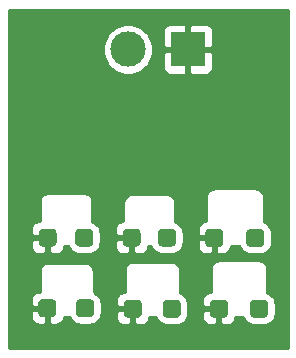
<source format=gbr>
G04 #@! TF.GenerationSoftware,KiCad,Pcbnew,(5.1.4)-1*
G04 #@! TF.CreationDate,2020-01-03T19:08:14-08:00*
G04 #@! TF.ProjectId,Led_tests,4c65645f-7465-4737-9473-2e6b69636164,rev?*
G04 #@! TF.SameCoordinates,Original*
G04 #@! TF.FileFunction,Copper,L1,Top*
G04 #@! TF.FilePolarity,Positive*
%FSLAX46Y46*%
G04 Gerber Fmt 4.6, Leading zero omitted, Abs format (unit mm)*
G04 Created by KiCad (PCBNEW (5.1.4)-1) date 2020-01-03 19:08:14*
%MOMM*%
%LPD*%
G04 APERTURE LIST*
%ADD10C,0.100000*%
%ADD11C,1.524000*%
%ADD12R,3.000000X3.000000*%
%ADD13C,3.000000*%
%ADD14C,0.254000*%
G04 APERTURE END LIST*
D10*
G36*
X37958145Y-30735835D02*
G01*
X37995129Y-30741321D01*
X38031398Y-30750406D01*
X38066602Y-30763002D01*
X38100402Y-30778988D01*
X38132472Y-30798210D01*
X38162504Y-30820483D01*
X38190208Y-30845592D01*
X38215317Y-30873296D01*
X38237590Y-30903328D01*
X38256812Y-30935398D01*
X38272798Y-30969198D01*
X38285394Y-31004402D01*
X38294479Y-31040671D01*
X38299965Y-31077655D01*
X38301800Y-31115000D01*
X38301800Y-31877000D01*
X38299965Y-31914345D01*
X38294479Y-31951329D01*
X38285394Y-31987598D01*
X38272798Y-32022802D01*
X38256812Y-32056602D01*
X38237590Y-32088672D01*
X38215317Y-32118704D01*
X38190208Y-32146408D01*
X38162504Y-32171517D01*
X38132472Y-32193790D01*
X38100402Y-32213012D01*
X38066602Y-32228998D01*
X38031398Y-32241594D01*
X37995129Y-32250679D01*
X37958145Y-32256165D01*
X37920800Y-32258000D01*
X37158800Y-32258000D01*
X37121455Y-32256165D01*
X37084471Y-32250679D01*
X37048202Y-32241594D01*
X37012998Y-32228998D01*
X36979198Y-32213012D01*
X36947128Y-32193790D01*
X36917096Y-32171517D01*
X36889392Y-32146408D01*
X36864283Y-32118704D01*
X36842010Y-32088672D01*
X36822788Y-32056602D01*
X36806802Y-32022802D01*
X36794206Y-31987598D01*
X36785121Y-31951329D01*
X36779635Y-31914345D01*
X36777800Y-31877000D01*
X36777800Y-31115000D01*
X36779635Y-31077655D01*
X36785121Y-31040671D01*
X36794206Y-31004402D01*
X36806802Y-30969198D01*
X36822788Y-30935398D01*
X36842010Y-30903328D01*
X36864283Y-30873296D01*
X36889392Y-30845592D01*
X36917096Y-30820483D01*
X36947128Y-30798210D01*
X36979198Y-30778988D01*
X37012998Y-30763002D01*
X37048202Y-30750406D01*
X37084471Y-30741321D01*
X37121455Y-30735835D01*
X37158800Y-30734000D01*
X37920800Y-30734000D01*
X37958145Y-30735835D01*
X37958145Y-30735835D01*
G37*
D11*
X37539800Y-31496000D03*
D10*
G36*
X40958145Y-30735835D02*
G01*
X40995129Y-30741321D01*
X41031398Y-30750406D01*
X41066602Y-30763002D01*
X41100402Y-30778988D01*
X41132472Y-30798210D01*
X41162504Y-30820483D01*
X41190208Y-30845592D01*
X41215317Y-30873296D01*
X41237590Y-30903328D01*
X41256812Y-30935398D01*
X41272798Y-30969198D01*
X41285394Y-31004402D01*
X41294479Y-31040671D01*
X41299965Y-31077655D01*
X41301800Y-31115000D01*
X41301800Y-31877000D01*
X41299965Y-31914345D01*
X41294479Y-31951329D01*
X41285394Y-31987598D01*
X41272798Y-32022802D01*
X41256812Y-32056602D01*
X41237590Y-32088672D01*
X41215317Y-32118704D01*
X41190208Y-32146408D01*
X41162504Y-32171517D01*
X41132472Y-32193790D01*
X41100402Y-32213012D01*
X41066602Y-32228998D01*
X41031398Y-32241594D01*
X40995129Y-32250679D01*
X40958145Y-32256165D01*
X40920800Y-32258000D01*
X40158800Y-32258000D01*
X40121455Y-32256165D01*
X40084471Y-32250679D01*
X40048202Y-32241594D01*
X40012998Y-32228998D01*
X39979198Y-32213012D01*
X39947128Y-32193790D01*
X39917096Y-32171517D01*
X39889392Y-32146408D01*
X39864283Y-32118704D01*
X39842010Y-32088672D01*
X39822788Y-32056602D01*
X39806802Y-32022802D01*
X39794206Y-31987598D01*
X39785121Y-31951329D01*
X39779635Y-31914345D01*
X39777800Y-31877000D01*
X39777800Y-31115000D01*
X39779635Y-31077655D01*
X39785121Y-31040671D01*
X39794206Y-31004402D01*
X39806802Y-30969198D01*
X39822788Y-30935398D01*
X39842010Y-30903328D01*
X39864283Y-30873296D01*
X39889392Y-30845592D01*
X39917096Y-30820483D01*
X39947128Y-30798210D01*
X39979198Y-30778988D01*
X40012998Y-30763002D01*
X40048202Y-30750406D01*
X40084471Y-30741321D01*
X40121455Y-30735835D01*
X40158800Y-30734000D01*
X40920800Y-30734000D01*
X40958145Y-30735835D01*
X40958145Y-30735835D01*
G37*
D11*
X40539800Y-31496000D03*
D10*
G36*
X30847545Y-30735835D02*
G01*
X30884529Y-30741321D01*
X30920798Y-30750406D01*
X30956002Y-30763002D01*
X30989802Y-30778988D01*
X31021872Y-30798210D01*
X31051904Y-30820483D01*
X31079608Y-30845592D01*
X31104717Y-30873296D01*
X31126990Y-30903328D01*
X31146212Y-30935398D01*
X31162198Y-30969198D01*
X31174794Y-31004402D01*
X31183879Y-31040671D01*
X31189365Y-31077655D01*
X31191200Y-31115000D01*
X31191200Y-31877000D01*
X31189365Y-31914345D01*
X31183879Y-31951329D01*
X31174794Y-31987598D01*
X31162198Y-32022802D01*
X31146212Y-32056602D01*
X31126990Y-32088672D01*
X31104717Y-32118704D01*
X31079608Y-32146408D01*
X31051904Y-32171517D01*
X31021872Y-32193790D01*
X30989802Y-32213012D01*
X30956002Y-32228998D01*
X30920798Y-32241594D01*
X30884529Y-32250679D01*
X30847545Y-32256165D01*
X30810200Y-32258000D01*
X30048200Y-32258000D01*
X30010855Y-32256165D01*
X29973871Y-32250679D01*
X29937602Y-32241594D01*
X29902398Y-32228998D01*
X29868598Y-32213012D01*
X29836528Y-32193790D01*
X29806496Y-32171517D01*
X29778792Y-32146408D01*
X29753683Y-32118704D01*
X29731410Y-32088672D01*
X29712188Y-32056602D01*
X29696202Y-32022802D01*
X29683606Y-31987598D01*
X29674521Y-31951329D01*
X29669035Y-31914345D01*
X29667200Y-31877000D01*
X29667200Y-31115000D01*
X29669035Y-31077655D01*
X29674521Y-31040671D01*
X29683606Y-31004402D01*
X29696202Y-30969198D01*
X29712188Y-30935398D01*
X29731410Y-30903328D01*
X29753683Y-30873296D01*
X29778792Y-30845592D01*
X29806496Y-30820483D01*
X29836528Y-30798210D01*
X29868598Y-30778988D01*
X29902398Y-30763002D01*
X29937602Y-30750406D01*
X29973871Y-30741321D01*
X30010855Y-30735835D01*
X30048200Y-30734000D01*
X30810200Y-30734000D01*
X30847545Y-30735835D01*
X30847545Y-30735835D01*
G37*
D11*
X30429200Y-31496000D03*
D10*
G36*
X33947545Y-30735835D02*
G01*
X33984529Y-30741321D01*
X34020798Y-30750406D01*
X34056002Y-30763002D01*
X34089802Y-30778988D01*
X34121872Y-30798210D01*
X34151904Y-30820483D01*
X34179608Y-30845592D01*
X34204717Y-30873296D01*
X34226990Y-30903328D01*
X34246212Y-30935398D01*
X34262198Y-30969198D01*
X34274794Y-31004402D01*
X34283879Y-31040671D01*
X34289365Y-31077655D01*
X34291200Y-31115000D01*
X34291200Y-31877000D01*
X34289365Y-31914345D01*
X34283879Y-31951329D01*
X34274794Y-31987598D01*
X34262198Y-32022802D01*
X34246212Y-32056602D01*
X34226990Y-32088672D01*
X34204717Y-32118704D01*
X34179608Y-32146408D01*
X34151904Y-32171517D01*
X34121872Y-32193790D01*
X34089802Y-32213012D01*
X34056002Y-32228998D01*
X34020798Y-32241594D01*
X33984529Y-32250679D01*
X33947545Y-32256165D01*
X33910200Y-32258000D01*
X33148200Y-32258000D01*
X33110855Y-32256165D01*
X33073871Y-32250679D01*
X33037602Y-32241594D01*
X33002398Y-32228998D01*
X32968598Y-32213012D01*
X32936528Y-32193790D01*
X32906496Y-32171517D01*
X32878792Y-32146408D01*
X32853683Y-32118704D01*
X32831410Y-32088672D01*
X32812188Y-32056602D01*
X32796202Y-32022802D01*
X32783606Y-31987598D01*
X32774521Y-31951329D01*
X32769035Y-31914345D01*
X32767200Y-31877000D01*
X32767200Y-31115000D01*
X32769035Y-31077655D01*
X32774521Y-31040671D01*
X32783606Y-31004402D01*
X32796202Y-30969198D01*
X32812188Y-30935398D01*
X32831410Y-30903328D01*
X32853683Y-30873296D01*
X32878792Y-30845592D01*
X32906496Y-30820483D01*
X32936528Y-30798210D01*
X32968598Y-30778988D01*
X33002398Y-30763002D01*
X33037602Y-30750406D01*
X33073871Y-30741321D01*
X33110855Y-30735835D01*
X33148200Y-30734000D01*
X33910200Y-30734000D01*
X33947545Y-30735835D01*
X33947545Y-30735835D01*
G37*
D11*
X33529200Y-31496000D03*
D10*
G36*
X30822145Y-36704835D02*
G01*
X30859129Y-36710321D01*
X30895398Y-36719406D01*
X30930602Y-36732002D01*
X30964402Y-36747988D01*
X30996472Y-36767210D01*
X31026504Y-36789483D01*
X31054208Y-36814592D01*
X31079317Y-36842296D01*
X31101590Y-36872328D01*
X31120812Y-36904398D01*
X31136798Y-36938198D01*
X31149394Y-36973402D01*
X31158479Y-37009671D01*
X31163965Y-37046655D01*
X31165800Y-37084000D01*
X31165800Y-37846000D01*
X31163965Y-37883345D01*
X31158479Y-37920329D01*
X31149394Y-37956598D01*
X31136798Y-37991802D01*
X31120812Y-38025602D01*
X31101590Y-38057672D01*
X31079317Y-38087704D01*
X31054208Y-38115408D01*
X31026504Y-38140517D01*
X30996472Y-38162790D01*
X30964402Y-38182012D01*
X30930602Y-38197998D01*
X30895398Y-38210594D01*
X30859129Y-38219679D01*
X30822145Y-38225165D01*
X30784800Y-38227000D01*
X30022800Y-38227000D01*
X29985455Y-38225165D01*
X29948471Y-38219679D01*
X29912202Y-38210594D01*
X29876998Y-38197998D01*
X29843198Y-38182012D01*
X29811128Y-38162790D01*
X29781096Y-38140517D01*
X29753392Y-38115408D01*
X29728283Y-38087704D01*
X29706010Y-38057672D01*
X29686788Y-38025602D01*
X29670802Y-37991802D01*
X29658206Y-37956598D01*
X29649121Y-37920329D01*
X29643635Y-37883345D01*
X29641800Y-37846000D01*
X29641800Y-37084000D01*
X29643635Y-37046655D01*
X29649121Y-37009671D01*
X29658206Y-36973402D01*
X29670802Y-36938198D01*
X29686788Y-36904398D01*
X29706010Y-36872328D01*
X29728283Y-36842296D01*
X29753392Y-36814592D01*
X29781096Y-36789483D01*
X29811128Y-36767210D01*
X29843198Y-36747988D01*
X29876998Y-36732002D01*
X29912202Y-36719406D01*
X29948471Y-36710321D01*
X29985455Y-36704835D01*
X30022800Y-36703000D01*
X30784800Y-36703000D01*
X30822145Y-36704835D01*
X30822145Y-36704835D01*
G37*
D11*
X30403800Y-37465000D03*
D10*
G36*
X34022145Y-36704835D02*
G01*
X34059129Y-36710321D01*
X34095398Y-36719406D01*
X34130602Y-36732002D01*
X34164402Y-36747988D01*
X34196472Y-36767210D01*
X34226504Y-36789483D01*
X34254208Y-36814592D01*
X34279317Y-36842296D01*
X34301590Y-36872328D01*
X34320812Y-36904398D01*
X34336798Y-36938198D01*
X34349394Y-36973402D01*
X34358479Y-37009671D01*
X34363965Y-37046655D01*
X34365800Y-37084000D01*
X34365800Y-37846000D01*
X34363965Y-37883345D01*
X34358479Y-37920329D01*
X34349394Y-37956598D01*
X34336798Y-37991802D01*
X34320812Y-38025602D01*
X34301590Y-38057672D01*
X34279317Y-38087704D01*
X34254208Y-38115408D01*
X34226504Y-38140517D01*
X34196472Y-38162790D01*
X34164402Y-38182012D01*
X34130602Y-38197998D01*
X34095398Y-38210594D01*
X34059129Y-38219679D01*
X34022145Y-38225165D01*
X33984800Y-38227000D01*
X33222800Y-38227000D01*
X33185455Y-38225165D01*
X33148471Y-38219679D01*
X33112202Y-38210594D01*
X33076998Y-38197998D01*
X33043198Y-38182012D01*
X33011128Y-38162790D01*
X32981096Y-38140517D01*
X32953392Y-38115408D01*
X32928283Y-38087704D01*
X32906010Y-38057672D01*
X32886788Y-38025602D01*
X32870802Y-37991802D01*
X32858206Y-37956598D01*
X32849121Y-37920329D01*
X32843635Y-37883345D01*
X32841800Y-37846000D01*
X32841800Y-37084000D01*
X32843635Y-37046655D01*
X32849121Y-37009671D01*
X32858206Y-36973402D01*
X32870802Y-36938198D01*
X32886788Y-36904398D01*
X32906010Y-36872328D01*
X32928283Y-36842296D01*
X32953392Y-36814592D01*
X32981096Y-36789483D01*
X33011128Y-36767210D01*
X33043198Y-36747988D01*
X33076998Y-36732002D01*
X33112202Y-36719406D01*
X33148471Y-36710321D01*
X33185455Y-36704835D01*
X33222800Y-36703000D01*
X33984800Y-36703000D01*
X34022145Y-36704835D01*
X34022145Y-36704835D01*
G37*
D11*
X33603800Y-37465000D03*
D10*
G36*
X38063145Y-36755635D02*
G01*
X38100129Y-36761121D01*
X38136398Y-36770206D01*
X38171602Y-36782802D01*
X38205402Y-36798788D01*
X38237472Y-36818010D01*
X38267504Y-36840283D01*
X38295208Y-36865392D01*
X38320317Y-36893096D01*
X38342590Y-36923128D01*
X38361812Y-36955198D01*
X38377798Y-36988998D01*
X38390394Y-37024202D01*
X38399479Y-37060471D01*
X38404965Y-37097455D01*
X38406800Y-37134800D01*
X38406800Y-37896800D01*
X38404965Y-37934145D01*
X38399479Y-37971129D01*
X38390394Y-38007398D01*
X38377798Y-38042602D01*
X38361812Y-38076402D01*
X38342590Y-38108472D01*
X38320317Y-38138504D01*
X38295208Y-38166208D01*
X38267504Y-38191317D01*
X38237472Y-38213590D01*
X38205402Y-38232812D01*
X38171602Y-38248798D01*
X38136398Y-38261394D01*
X38100129Y-38270479D01*
X38063145Y-38275965D01*
X38025800Y-38277800D01*
X37263800Y-38277800D01*
X37226455Y-38275965D01*
X37189471Y-38270479D01*
X37153202Y-38261394D01*
X37117998Y-38248798D01*
X37084198Y-38232812D01*
X37052128Y-38213590D01*
X37022096Y-38191317D01*
X36994392Y-38166208D01*
X36969283Y-38138504D01*
X36947010Y-38108472D01*
X36927788Y-38076402D01*
X36911802Y-38042602D01*
X36899206Y-38007398D01*
X36890121Y-37971129D01*
X36884635Y-37934145D01*
X36882800Y-37896800D01*
X36882800Y-37134800D01*
X36884635Y-37097455D01*
X36890121Y-37060471D01*
X36899206Y-37024202D01*
X36911802Y-36988998D01*
X36927788Y-36955198D01*
X36947010Y-36923128D01*
X36969283Y-36893096D01*
X36994392Y-36865392D01*
X37022096Y-36840283D01*
X37052128Y-36818010D01*
X37084198Y-36798788D01*
X37117998Y-36782802D01*
X37153202Y-36770206D01*
X37189471Y-36761121D01*
X37226455Y-36755635D01*
X37263800Y-36753800D01*
X38025800Y-36753800D01*
X38063145Y-36755635D01*
X38063145Y-36755635D01*
G37*
D11*
X37644800Y-37515800D03*
D10*
G36*
X41363145Y-36755635D02*
G01*
X41400129Y-36761121D01*
X41436398Y-36770206D01*
X41471602Y-36782802D01*
X41505402Y-36798788D01*
X41537472Y-36818010D01*
X41567504Y-36840283D01*
X41595208Y-36865392D01*
X41620317Y-36893096D01*
X41642590Y-36923128D01*
X41661812Y-36955198D01*
X41677798Y-36988998D01*
X41690394Y-37024202D01*
X41699479Y-37060471D01*
X41704965Y-37097455D01*
X41706800Y-37134800D01*
X41706800Y-37896800D01*
X41704965Y-37934145D01*
X41699479Y-37971129D01*
X41690394Y-38007398D01*
X41677798Y-38042602D01*
X41661812Y-38076402D01*
X41642590Y-38108472D01*
X41620317Y-38138504D01*
X41595208Y-38166208D01*
X41567504Y-38191317D01*
X41537472Y-38213590D01*
X41505402Y-38232812D01*
X41471602Y-38248798D01*
X41436398Y-38261394D01*
X41400129Y-38270479D01*
X41363145Y-38275965D01*
X41325800Y-38277800D01*
X40563800Y-38277800D01*
X40526455Y-38275965D01*
X40489471Y-38270479D01*
X40453202Y-38261394D01*
X40417998Y-38248798D01*
X40384198Y-38232812D01*
X40352128Y-38213590D01*
X40322096Y-38191317D01*
X40294392Y-38166208D01*
X40269283Y-38138504D01*
X40247010Y-38108472D01*
X40227788Y-38076402D01*
X40211802Y-38042602D01*
X40199206Y-38007398D01*
X40190121Y-37971129D01*
X40184635Y-37934145D01*
X40182800Y-37896800D01*
X40182800Y-37134800D01*
X40184635Y-37097455D01*
X40190121Y-37060471D01*
X40199206Y-37024202D01*
X40211802Y-36988998D01*
X40227788Y-36955198D01*
X40247010Y-36923128D01*
X40269283Y-36893096D01*
X40294392Y-36865392D01*
X40322096Y-36840283D01*
X40352128Y-36818010D01*
X40384198Y-36798788D01*
X40417998Y-36782802D01*
X40453202Y-36770206D01*
X40489471Y-36761121D01*
X40526455Y-36755635D01*
X40563800Y-36753800D01*
X41325800Y-36753800D01*
X41363145Y-36755635D01*
X41363145Y-36755635D01*
G37*
D11*
X40944800Y-37515800D03*
D10*
G36*
X45350945Y-36755635D02*
G01*
X45387929Y-36761121D01*
X45424198Y-36770206D01*
X45459402Y-36782802D01*
X45493202Y-36798788D01*
X45525272Y-36818010D01*
X45555304Y-36840283D01*
X45583008Y-36865392D01*
X45608117Y-36893096D01*
X45630390Y-36923128D01*
X45649612Y-36955198D01*
X45665598Y-36988998D01*
X45678194Y-37024202D01*
X45687279Y-37060471D01*
X45692765Y-37097455D01*
X45694600Y-37134800D01*
X45694600Y-37896800D01*
X45692765Y-37934145D01*
X45687279Y-37971129D01*
X45678194Y-38007398D01*
X45665598Y-38042602D01*
X45649612Y-38076402D01*
X45630390Y-38108472D01*
X45608117Y-38138504D01*
X45583008Y-38166208D01*
X45555304Y-38191317D01*
X45525272Y-38213590D01*
X45493202Y-38232812D01*
X45459402Y-38248798D01*
X45424198Y-38261394D01*
X45387929Y-38270479D01*
X45350945Y-38275965D01*
X45313600Y-38277800D01*
X44551600Y-38277800D01*
X44514255Y-38275965D01*
X44477271Y-38270479D01*
X44441002Y-38261394D01*
X44405798Y-38248798D01*
X44371998Y-38232812D01*
X44339928Y-38213590D01*
X44309896Y-38191317D01*
X44282192Y-38166208D01*
X44257083Y-38138504D01*
X44234810Y-38108472D01*
X44215588Y-38076402D01*
X44199602Y-38042602D01*
X44187006Y-38007398D01*
X44177921Y-37971129D01*
X44172435Y-37934145D01*
X44170600Y-37896800D01*
X44170600Y-37134800D01*
X44172435Y-37097455D01*
X44177921Y-37060471D01*
X44187006Y-37024202D01*
X44199602Y-36988998D01*
X44215588Y-36955198D01*
X44234810Y-36923128D01*
X44257083Y-36893096D01*
X44282192Y-36865392D01*
X44309896Y-36840283D01*
X44339928Y-36818010D01*
X44371998Y-36798788D01*
X44405798Y-36782802D01*
X44441002Y-36770206D01*
X44477271Y-36761121D01*
X44514255Y-36755635D01*
X44551600Y-36753800D01*
X45313600Y-36753800D01*
X45350945Y-36755635D01*
X45350945Y-36755635D01*
G37*
D11*
X44932600Y-37515800D03*
D10*
G36*
X48750945Y-36755635D02*
G01*
X48787929Y-36761121D01*
X48824198Y-36770206D01*
X48859402Y-36782802D01*
X48893202Y-36798788D01*
X48925272Y-36818010D01*
X48955304Y-36840283D01*
X48983008Y-36865392D01*
X49008117Y-36893096D01*
X49030390Y-36923128D01*
X49049612Y-36955198D01*
X49065598Y-36988998D01*
X49078194Y-37024202D01*
X49087279Y-37060471D01*
X49092765Y-37097455D01*
X49094600Y-37134800D01*
X49094600Y-37896800D01*
X49092765Y-37934145D01*
X49087279Y-37971129D01*
X49078194Y-38007398D01*
X49065598Y-38042602D01*
X49049612Y-38076402D01*
X49030390Y-38108472D01*
X49008117Y-38138504D01*
X48983008Y-38166208D01*
X48955304Y-38191317D01*
X48925272Y-38213590D01*
X48893202Y-38232812D01*
X48859402Y-38248798D01*
X48824198Y-38261394D01*
X48787929Y-38270479D01*
X48750945Y-38275965D01*
X48713600Y-38277800D01*
X47951600Y-38277800D01*
X47914255Y-38275965D01*
X47877271Y-38270479D01*
X47841002Y-38261394D01*
X47805798Y-38248798D01*
X47771998Y-38232812D01*
X47739928Y-38213590D01*
X47709896Y-38191317D01*
X47682192Y-38166208D01*
X47657083Y-38138504D01*
X47634810Y-38108472D01*
X47615588Y-38076402D01*
X47599602Y-38042602D01*
X47587006Y-38007398D01*
X47577921Y-37971129D01*
X47572435Y-37934145D01*
X47570600Y-37896800D01*
X47570600Y-37134800D01*
X47572435Y-37097455D01*
X47577921Y-37060471D01*
X47587006Y-37024202D01*
X47599602Y-36988998D01*
X47615588Y-36955198D01*
X47634810Y-36923128D01*
X47657083Y-36893096D01*
X47682192Y-36865392D01*
X47709896Y-36840283D01*
X47739928Y-36818010D01*
X47771998Y-36798788D01*
X47805798Y-36782802D01*
X47841002Y-36770206D01*
X47877271Y-36761121D01*
X47914255Y-36755635D01*
X47951600Y-36753800D01*
X48713600Y-36753800D01*
X48750945Y-36755635D01*
X48750945Y-36755635D01*
G37*
D11*
X48332600Y-37515800D03*
D10*
G36*
X44944545Y-30761235D02*
G01*
X44981529Y-30766721D01*
X45017798Y-30775806D01*
X45053002Y-30788402D01*
X45086802Y-30804388D01*
X45118872Y-30823610D01*
X45148904Y-30845883D01*
X45176608Y-30870992D01*
X45201717Y-30898696D01*
X45223990Y-30928728D01*
X45243212Y-30960798D01*
X45259198Y-30994598D01*
X45271794Y-31029802D01*
X45280879Y-31066071D01*
X45286365Y-31103055D01*
X45288200Y-31140400D01*
X45288200Y-31902400D01*
X45286365Y-31939745D01*
X45280879Y-31976729D01*
X45271794Y-32012998D01*
X45259198Y-32048202D01*
X45243212Y-32082002D01*
X45223990Y-32114072D01*
X45201717Y-32144104D01*
X45176608Y-32171808D01*
X45148904Y-32196917D01*
X45118872Y-32219190D01*
X45086802Y-32238412D01*
X45053002Y-32254398D01*
X45017798Y-32266994D01*
X44981529Y-32276079D01*
X44944545Y-32281565D01*
X44907200Y-32283400D01*
X44145200Y-32283400D01*
X44107855Y-32281565D01*
X44070871Y-32276079D01*
X44034602Y-32266994D01*
X43999398Y-32254398D01*
X43965598Y-32238412D01*
X43933528Y-32219190D01*
X43903496Y-32196917D01*
X43875792Y-32171808D01*
X43850683Y-32144104D01*
X43828410Y-32114072D01*
X43809188Y-32082002D01*
X43793202Y-32048202D01*
X43780606Y-32012998D01*
X43771521Y-31976729D01*
X43766035Y-31939745D01*
X43764200Y-31902400D01*
X43764200Y-31140400D01*
X43766035Y-31103055D01*
X43771521Y-31066071D01*
X43780606Y-31029802D01*
X43793202Y-30994598D01*
X43809188Y-30960798D01*
X43828410Y-30928728D01*
X43850683Y-30898696D01*
X43875792Y-30870992D01*
X43903496Y-30845883D01*
X43933528Y-30823610D01*
X43965598Y-30804388D01*
X43999398Y-30788402D01*
X44034602Y-30775806D01*
X44070871Y-30766721D01*
X44107855Y-30761235D01*
X44145200Y-30759400D01*
X44907200Y-30759400D01*
X44944545Y-30761235D01*
X44944545Y-30761235D01*
G37*
D11*
X44526200Y-31521400D03*
D10*
G36*
X48444545Y-30761235D02*
G01*
X48481529Y-30766721D01*
X48517798Y-30775806D01*
X48553002Y-30788402D01*
X48586802Y-30804388D01*
X48618872Y-30823610D01*
X48648904Y-30845883D01*
X48676608Y-30870992D01*
X48701717Y-30898696D01*
X48723990Y-30928728D01*
X48743212Y-30960798D01*
X48759198Y-30994598D01*
X48771794Y-31029802D01*
X48780879Y-31066071D01*
X48786365Y-31103055D01*
X48788200Y-31140400D01*
X48788200Y-31902400D01*
X48786365Y-31939745D01*
X48780879Y-31976729D01*
X48771794Y-32012998D01*
X48759198Y-32048202D01*
X48743212Y-32082002D01*
X48723990Y-32114072D01*
X48701717Y-32144104D01*
X48676608Y-32171808D01*
X48648904Y-32196917D01*
X48618872Y-32219190D01*
X48586802Y-32238412D01*
X48553002Y-32254398D01*
X48517798Y-32266994D01*
X48481529Y-32276079D01*
X48444545Y-32281565D01*
X48407200Y-32283400D01*
X47645200Y-32283400D01*
X47607855Y-32281565D01*
X47570871Y-32276079D01*
X47534602Y-32266994D01*
X47499398Y-32254398D01*
X47465598Y-32238412D01*
X47433528Y-32219190D01*
X47403496Y-32196917D01*
X47375792Y-32171808D01*
X47350683Y-32144104D01*
X47328410Y-32114072D01*
X47309188Y-32082002D01*
X47293202Y-32048202D01*
X47280606Y-32012998D01*
X47271521Y-31976729D01*
X47266035Y-31939745D01*
X47264200Y-31902400D01*
X47264200Y-31140400D01*
X47266035Y-31103055D01*
X47271521Y-31066071D01*
X47280606Y-31029802D01*
X47293202Y-30994598D01*
X47309188Y-30960798D01*
X47328410Y-30928728D01*
X47350683Y-30898696D01*
X47375792Y-30870992D01*
X47403496Y-30845883D01*
X47433528Y-30823610D01*
X47465598Y-30804388D01*
X47499398Y-30788402D01*
X47534602Y-30775806D01*
X47570871Y-30766721D01*
X47607855Y-30761235D01*
X47645200Y-30759400D01*
X48407200Y-30759400D01*
X48444545Y-30761235D01*
X48444545Y-30761235D01*
G37*
D11*
X48026200Y-31521400D03*
D12*
X42316400Y-15570200D03*
D13*
X37236400Y-15570200D03*
D14*
G36*
X50756400Y-40844000D02*
G01*
X27126400Y-40844000D01*
X27126400Y-36703000D01*
X29003728Y-36703000D01*
X29006800Y-37179250D01*
X29165550Y-37338000D01*
X29756201Y-37338000D01*
X29756201Y-37487743D01*
X29752886Y-37521400D01*
X29759840Y-37592000D01*
X29165550Y-37592000D01*
X29006800Y-37750750D01*
X29003728Y-38227000D01*
X29015988Y-38351482D01*
X29052298Y-38471180D01*
X29111263Y-38581494D01*
X29190615Y-38678185D01*
X29287306Y-38757537D01*
X29397620Y-38816502D01*
X29517318Y-38852812D01*
X29641800Y-38865072D01*
X30118050Y-38862000D01*
X30276800Y-38703250D01*
X30276800Y-38187352D01*
X30306917Y-38196488D01*
X30407553Y-38206400D01*
X30441200Y-38209714D01*
X30474847Y-38206400D01*
X30530800Y-38206400D01*
X30530800Y-38703250D01*
X30689550Y-38862000D01*
X31165800Y-38865072D01*
X31290282Y-38852812D01*
X31409980Y-38816502D01*
X31520294Y-38757537D01*
X31616985Y-38678185D01*
X31696337Y-38581494D01*
X31755302Y-38471180D01*
X31791612Y-38351482D01*
X31803872Y-38227000D01*
X31803739Y-38206400D01*
X32272326Y-38206400D01*
X32281300Y-38235982D01*
X32375473Y-38412166D01*
X32502207Y-38566593D01*
X32656634Y-38693327D01*
X32832818Y-38787500D01*
X33023989Y-38845491D01*
X33222800Y-38865072D01*
X33984800Y-38865072D01*
X34183611Y-38845491D01*
X34374782Y-38787500D01*
X34550966Y-38693327D01*
X34705393Y-38566593D01*
X34832127Y-38412166D01*
X34926300Y-38235982D01*
X34984291Y-38044811D01*
X35003872Y-37846000D01*
X35003872Y-37084000D01*
X34984291Y-36885189D01*
X34944435Y-36753800D01*
X36244728Y-36753800D01*
X36247800Y-37230050D01*
X36406550Y-37388800D01*
X36956201Y-37388800D01*
X36956201Y-37487743D01*
X36952886Y-37521400D01*
X36964843Y-37642800D01*
X36406550Y-37642800D01*
X36247800Y-37801550D01*
X36244728Y-38277800D01*
X36256988Y-38402282D01*
X36293298Y-38521980D01*
X36352263Y-38632294D01*
X36431615Y-38728985D01*
X36528306Y-38808337D01*
X36638620Y-38867302D01*
X36758318Y-38903612D01*
X36882800Y-38915872D01*
X37359050Y-38912800D01*
X37517800Y-38754050D01*
X37517800Y-38197560D01*
X37607553Y-38206400D01*
X37641200Y-38209714D01*
X37674847Y-38206400D01*
X37771800Y-38206400D01*
X37771800Y-38754050D01*
X37930550Y-38912800D01*
X38406800Y-38915872D01*
X38531282Y-38903612D01*
X38650980Y-38867302D01*
X38761294Y-38808337D01*
X38857985Y-38728985D01*
X38937337Y-38632294D01*
X38996302Y-38521980D01*
X39032612Y-38402282D01*
X39044872Y-38277800D01*
X39044411Y-38206400D01*
X39597916Y-38206400D01*
X39622300Y-38286782D01*
X39716473Y-38462966D01*
X39843207Y-38617393D01*
X39997634Y-38744127D01*
X40173818Y-38838300D01*
X40364989Y-38896291D01*
X40563800Y-38915872D01*
X41325800Y-38915872D01*
X41524611Y-38896291D01*
X41715782Y-38838300D01*
X41891966Y-38744127D01*
X42046393Y-38617393D01*
X42173127Y-38462966D01*
X42267300Y-38286782D01*
X42325291Y-38095611D01*
X42344872Y-37896800D01*
X42344872Y-37134800D01*
X42325291Y-36935989D01*
X42270025Y-36753800D01*
X43532528Y-36753800D01*
X43535600Y-37230050D01*
X43694350Y-37388800D01*
X44256201Y-37388800D01*
X44256201Y-37487743D01*
X44252886Y-37521400D01*
X44264843Y-37642800D01*
X43694350Y-37642800D01*
X43535600Y-37801550D01*
X43532528Y-38277800D01*
X43544788Y-38402282D01*
X43581098Y-38521980D01*
X43640063Y-38632294D01*
X43719415Y-38728985D01*
X43816106Y-38808337D01*
X43926420Y-38867302D01*
X44046118Y-38903612D01*
X44170600Y-38915872D01*
X44646850Y-38912800D01*
X44805600Y-38754050D01*
X44805600Y-38196088D01*
X44806917Y-38196488D01*
X44907553Y-38206400D01*
X44941200Y-38209714D01*
X44974847Y-38206400D01*
X45059600Y-38206400D01*
X45059600Y-38754050D01*
X45218350Y-38912800D01*
X45694600Y-38915872D01*
X45819082Y-38903612D01*
X45938780Y-38867302D01*
X46049094Y-38808337D01*
X46145785Y-38728985D01*
X46225137Y-38632294D01*
X46284102Y-38521980D01*
X46320412Y-38402282D01*
X46332672Y-38277800D01*
X46332211Y-38206400D01*
X46985716Y-38206400D01*
X47010100Y-38286782D01*
X47104273Y-38462966D01*
X47231007Y-38617393D01*
X47385434Y-38744127D01*
X47561618Y-38838300D01*
X47752789Y-38896291D01*
X47951600Y-38915872D01*
X48713600Y-38915872D01*
X48912411Y-38896291D01*
X49103582Y-38838300D01*
X49279766Y-38744127D01*
X49434193Y-38617393D01*
X49560927Y-38462966D01*
X49655100Y-38286782D01*
X49713091Y-38095611D01*
X49732672Y-37896800D01*
X49732672Y-37134800D01*
X49713091Y-36935989D01*
X49655100Y-36744818D01*
X49560927Y-36568634D01*
X49434193Y-36414207D01*
X49279766Y-36287473D01*
X49103582Y-36193300D01*
X49026200Y-36169826D01*
X49026200Y-34155047D01*
X49029514Y-34121400D01*
X49016288Y-33987117D01*
X48977119Y-33857994D01*
X48913512Y-33738993D01*
X48827911Y-33634689D01*
X48723607Y-33549088D01*
X48604606Y-33485481D01*
X48475483Y-33446312D01*
X48374847Y-33436400D01*
X48341200Y-33433086D01*
X48307553Y-33436400D01*
X44974847Y-33436400D01*
X44941200Y-33433086D01*
X44907553Y-33436400D01*
X44806917Y-33446312D01*
X44677794Y-33485481D01*
X44558793Y-33549088D01*
X44454489Y-33634689D01*
X44368888Y-33738993D01*
X44305281Y-33857994D01*
X44266112Y-33987117D01*
X44252886Y-34121400D01*
X44256200Y-34155047D01*
X44256201Y-36116280D01*
X44170600Y-36115728D01*
X44046118Y-36127988D01*
X43926420Y-36164298D01*
X43816106Y-36223263D01*
X43719415Y-36302615D01*
X43640063Y-36399306D01*
X43581098Y-36509620D01*
X43544788Y-36629318D01*
X43532528Y-36753800D01*
X42270025Y-36753800D01*
X42267300Y-36744818D01*
X42173127Y-36568634D01*
X42046393Y-36414207D01*
X41891966Y-36287473D01*
X41715782Y-36193300D01*
X41626200Y-36166126D01*
X41626200Y-34255047D01*
X41629514Y-34221400D01*
X41616288Y-34087117D01*
X41577119Y-33957994D01*
X41513512Y-33838993D01*
X41427911Y-33734689D01*
X41323607Y-33649088D01*
X41204606Y-33585481D01*
X41075483Y-33546312D01*
X40974847Y-33536400D01*
X40941200Y-33533086D01*
X40907553Y-33536400D01*
X37674847Y-33536400D01*
X37641200Y-33533086D01*
X37607553Y-33536400D01*
X37506917Y-33546312D01*
X37377794Y-33585481D01*
X37258793Y-33649088D01*
X37154489Y-33734689D01*
X37068888Y-33838993D01*
X37005281Y-33957994D01*
X36966112Y-34087117D01*
X36952886Y-34221400D01*
X36956200Y-34255047D01*
X36956201Y-36116201D01*
X36882800Y-36115728D01*
X36758318Y-36127988D01*
X36638620Y-36164298D01*
X36528306Y-36223263D01*
X36431615Y-36302615D01*
X36352263Y-36399306D01*
X36293298Y-36509620D01*
X36256988Y-36629318D01*
X36244728Y-36753800D01*
X34944435Y-36753800D01*
X34926300Y-36694018D01*
X34832127Y-36517834D01*
X34705393Y-36363407D01*
X34550966Y-36236673D01*
X34374782Y-36142500D01*
X34326200Y-36127763D01*
X34326200Y-34355047D01*
X34329514Y-34321400D01*
X34316288Y-34187117D01*
X34277119Y-34057994D01*
X34213512Y-33938993D01*
X34127911Y-33834689D01*
X34023607Y-33749088D01*
X33904606Y-33685481D01*
X33775483Y-33646312D01*
X33674847Y-33636400D01*
X33641200Y-33633086D01*
X33607553Y-33636400D01*
X30474847Y-33636400D01*
X30441200Y-33633086D01*
X30407553Y-33636400D01*
X30306917Y-33646312D01*
X30177794Y-33685481D01*
X30058793Y-33749088D01*
X29954489Y-33834689D01*
X29868888Y-33938993D01*
X29805281Y-34057994D01*
X29766112Y-34187117D01*
X29752886Y-34321400D01*
X29756200Y-34355047D01*
X29756201Y-36065666D01*
X29641800Y-36064928D01*
X29517318Y-36077188D01*
X29397620Y-36113498D01*
X29287306Y-36172463D01*
X29190615Y-36251815D01*
X29111263Y-36348506D01*
X29052298Y-36458820D01*
X29015988Y-36578518D01*
X29003728Y-36703000D01*
X27126400Y-36703000D01*
X27126400Y-30734000D01*
X29029128Y-30734000D01*
X29032200Y-31210250D01*
X29190950Y-31369000D01*
X29756201Y-31369000D01*
X29756201Y-31487743D01*
X29752886Y-31521400D01*
X29762893Y-31623000D01*
X29190950Y-31623000D01*
X29032200Y-31781750D01*
X29029128Y-32258000D01*
X29041388Y-32382482D01*
X29077698Y-32502180D01*
X29136663Y-32612494D01*
X29216015Y-32709185D01*
X29312706Y-32788537D01*
X29423020Y-32847502D01*
X29542718Y-32883812D01*
X29667200Y-32896072D01*
X30143450Y-32893000D01*
X30302200Y-32734250D01*
X30302200Y-32195057D01*
X30306917Y-32196488D01*
X30407553Y-32206400D01*
X30441200Y-32209714D01*
X30474847Y-32206400D01*
X30556200Y-32206400D01*
X30556200Y-32734250D01*
X30714950Y-32893000D01*
X31191200Y-32896072D01*
X31315682Y-32883812D01*
X31435380Y-32847502D01*
X31545694Y-32788537D01*
X31642385Y-32709185D01*
X31721737Y-32612494D01*
X31780702Y-32502180D01*
X31817012Y-32382482D01*
X31829272Y-32258000D01*
X31828939Y-32206400D01*
X32188323Y-32206400D01*
X32206700Y-32266982D01*
X32300873Y-32443166D01*
X32427607Y-32597593D01*
X32582034Y-32724327D01*
X32758218Y-32818500D01*
X32949389Y-32876491D01*
X33148200Y-32896072D01*
X33910200Y-32896072D01*
X34109011Y-32876491D01*
X34300182Y-32818500D01*
X34476366Y-32724327D01*
X34630793Y-32597593D01*
X34757527Y-32443166D01*
X34851700Y-32266982D01*
X34909691Y-32075811D01*
X34929272Y-31877000D01*
X34929272Y-31115000D01*
X34909691Y-30916189D01*
X34854425Y-30734000D01*
X36139728Y-30734000D01*
X36142800Y-31210250D01*
X36301550Y-31369000D01*
X36856201Y-31369000D01*
X36856201Y-31487743D01*
X36852886Y-31521400D01*
X36862893Y-31623000D01*
X36301550Y-31623000D01*
X36142800Y-31781750D01*
X36139728Y-32258000D01*
X36151988Y-32382482D01*
X36188298Y-32502180D01*
X36247263Y-32612494D01*
X36326615Y-32709185D01*
X36423306Y-32788537D01*
X36533620Y-32847502D01*
X36653318Y-32883812D01*
X36777800Y-32896072D01*
X37254050Y-32893000D01*
X37412800Y-32734250D01*
X37412800Y-32197067D01*
X37507553Y-32206400D01*
X37541200Y-32209714D01*
X37574847Y-32206400D01*
X37666800Y-32206400D01*
X37666800Y-32734250D01*
X37825550Y-32893000D01*
X38301800Y-32896072D01*
X38426282Y-32883812D01*
X38545980Y-32847502D01*
X38656294Y-32788537D01*
X38752985Y-32709185D01*
X38832337Y-32612494D01*
X38891302Y-32502180D01*
X38927612Y-32382482D01*
X38939872Y-32258000D01*
X38939539Y-32206400D01*
X39198923Y-32206400D01*
X39217300Y-32266982D01*
X39311473Y-32443166D01*
X39438207Y-32597593D01*
X39592634Y-32724327D01*
X39768818Y-32818500D01*
X39959989Y-32876491D01*
X40158800Y-32896072D01*
X40920800Y-32896072D01*
X41119611Y-32876491D01*
X41310782Y-32818500D01*
X41486966Y-32724327D01*
X41641393Y-32597593D01*
X41768127Y-32443166D01*
X41862300Y-32266982D01*
X41920291Y-32075811D01*
X41939872Y-31877000D01*
X41939872Y-31115000D01*
X41920291Y-30916189D01*
X41872730Y-30759400D01*
X43126128Y-30759400D01*
X43129200Y-31235650D01*
X43287950Y-31394400D01*
X43856201Y-31394400D01*
X43856201Y-31487743D01*
X43852886Y-31521400D01*
X43865395Y-31648400D01*
X43287950Y-31648400D01*
X43129200Y-31807150D01*
X43126128Y-32283400D01*
X43138388Y-32407882D01*
X43174698Y-32527580D01*
X43233663Y-32637894D01*
X43313015Y-32734585D01*
X43409706Y-32813937D01*
X43520020Y-32872902D01*
X43639718Y-32909212D01*
X43764200Y-32921472D01*
X44240450Y-32918400D01*
X44399200Y-32759650D01*
X44399200Y-32194147D01*
X44406917Y-32196488D01*
X44507553Y-32206400D01*
X44541200Y-32209714D01*
X44574847Y-32206400D01*
X44653200Y-32206400D01*
X44653200Y-32759650D01*
X44811950Y-32918400D01*
X45288200Y-32921472D01*
X45412682Y-32909212D01*
X45532380Y-32872902D01*
X45642694Y-32813937D01*
X45739385Y-32734585D01*
X45818737Y-32637894D01*
X45877702Y-32527580D01*
X45914012Y-32407882D01*
X45926272Y-32283400D01*
X45925775Y-32206400D01*
X46677618Y-32206400D01*
X46703700Y-32292382D01*
X46797873Y-32468566D01*
X46924607Y-32622993D01*
X47079034Y-32749727D01*
X47255218Y-32843900D01*
X47446389Y-32901891D01*
X47645200Y-32921472D01*
X48407200Y-32921472D01*
X48606011Y-32901891D01*
X48797182Y-32843900D01*
X48973366Y-32749727D01*
X49127793Y-32622993D01*
X49254527Y-32468566D01*
X49348700Y-32292382D01*
X49406691Y-32101211D01*
X49426272Y-31902400D01*
X49426272Y-31140400D01*
X49406691Y-30941589D01*
X49348700Y-30750418D01*
X49254527Y-30574234D01*
X49127793Y-30419807D01*
X48973366Y-30293073D01*
X48797182Y-30198900D01*
X48726200Y-30177368D01*
X48726200Y-28055047D01*
X48729514Y-28021400D01*
X48716288Y-27887117D01*
X48677119Y-27757994D01*
X48613512Y-27638993D01*
X48527911Y-27534689D01*
X48423607Y-27449088D01*
X48304606Y-27385481D01*
X48175483Y-27346312D01*
X48074847Y-27336400D01*
X48041200Y-27333086D01*
X48007553Y-27336400D01*
X44574847Y-27336400D01*
X44541200Y-27333086D01*
X44507553Y-27336400D01*
X44406917Y-27346312D01*
X44277794Y-27385481D01*
X44158793Y-27449088D01*
X44054489Y-27534689D01*
X43968888Y-27638993D01*
X43905281Y-27757994D01*
X43866112Y-27887117D01*
X43852886Y-28021400D01*
X43856200Y-28055047D01*
X43856201Y-30121921D01*
X43764200Y-30121328D01*
X43639718Y-30133588D01*
X43520020Y-30169898D01*
X43409706Y-30228863D01*
X43313015Y-30308215D01*
X43233663Y-30404906D01*
X43174698Y-30515220D01*
X43138388Y-30634918D01*
X43126128Y-30759400D01*
X41872730Y-30759400D01*
X41862300Y-30725018D01*
X41768127Y-30548834D01*
X41641393Y-30394407D01*
X41486966Y-30267673D01*
X41310782Y-30173500D01*
X41226200Y-30147842D01*
X41226200Y-28555047D01*
X41229514Y-28521400D01*
X41216288Y-28387117D01*
X41177119Y-28257994D01*
X41113512Y-28138993D01*
X41027911Y-28034689D01*
X40923607Y-27949088D01*
X40804606Y-27885481D01*
X40675483Y-27846312D01*
X40574847Y-27836400D01*
X40541200Y-27833086D01*
X40507553Y-27836400D01*
X37574847Y-27836400D01*
X37541200Y-27833086D01*
X37507553Y-27836400D01*
X37406917Y-27846312D01*
X37277794Y-27885481D01*
X37158793Y-27949088D01*
X37054489Y-28034689D01*
X36968888Y-28138993D01*
X36905281Y-28257994D01*
X36866112Y-28387117D01*
X36852886Y-28521400D01*
X36856200Y-28555047D01*
X36856201Y-30096434D01*
X36777800Y-30095928D01*
X36653318Y-30108188D01*
X36533620Y-30144498D01*
X36423306Y-30203463D01*
X36326615Y-30282815D01*
X36247263Y-30379506D01*
X36188298Y-30489820D01*
X36151988Y-30609518D01*
X36139728Y-30734000D01*
X34854425Y-30734000D01*
X34851700Y-30725018D01*
X34757527Y-30548834D01*
X34630793Y-30394407D01*
X34476366Y-30267673D01*
X34300182Y-30173500D01*
X34226200Y-30151058D01*
X34226200Y-28455047D01*
X34229514Y-28421400D01*
X34216288Y-28287117D01*
X34177119Y-28157994D01*
X34113512Y-28038993D01*
X34027911Y-27934689D01*
X33923607Y-27849088D01*
X33804606Y-27785481D01*
X33675483Y-27746312D01*
X33574847Y-27736400D01*
X33541200Y-27733086D01*
X33507553Y-27736400D01*
X30474847Y-27736400D01*
X30441200Y-27733086D01*
X30407553Y-27736400D01*
X30306917Y-27746312D01*
X30177794Y-27785481D01*
X30058793Y-27849088D01*
X29954489Y-27934689D01*
X29868888Y-28038993D01*
X29805281Y-28157994D01*
X29766112Y-28287117D01*
X29752886Y-28421400D01*
X29756200Y-28455047D01*
X29756201Y-30096502D01*
X29667200Y-30095928D01*
X29542718Y-30108188D01*
X29423020Y-30144498D01*
X29312706Y-30203463D01*
X29216015Y-30282815D01*
X29136663Y-30379506D01*
X29077698Y-30489820D01*
X29041388Y-30609518D01*
X29029128Y-30734000D01*
X27126400Y-30734000D01*
X27126400Y-15359921D01*
X35101400Y-15359921D01*
X35101400Y-15780479D01*
X35183447Y-16192956D01*
X35344388Y-16581502D01*
X35578037Y-16931183D01*
X35875417Y-17228563D01*
X36225098Y-17462212D01*
X36613644Y-17623153D01*
X37026121Y-17705200D01*
X37446679Y-17705200D01*
X37859156Y-17623153D01*
X38247702Y-17462212D01*
X38597383Y-17228563D01*
X38755746Y-17070200D01*
X40178328Y-17070200D01*
X40190588Y-17194682D01*
X40226898Y-17314380D01*
X40285863Y-17424694D01*
X40365215Y-17521385D01*
X40461906Y-17600737D01*
X40572220Y-17659702D01*
X40691918Y-17696012D01*
X40816400Y-17708272D01*
X42030650Y-17705200D01*
X42189400Y-17546450D01*
X42189400Y-15697200D01*
X42443400Y-15697200D01*
X42443400Y-17546450D01*
X42602150Y-17705200D01*
X43816400Y-17708272D01*
X43940882Y-17696012D01*
X44060580Y-17659702D01*
X44170894Y-17600737D01*
X44267585Y-17521385D01*
X44346937Y-17424694D01*
X44405902Y-17314380D01*
X44442212Y-17194682D01*
X44454472Y-17070200D01*
X44451400Y-15855950D01*
X44292650Y-15697200D01*
X42443400Y-15697200D01*
X42189400Y-15697200D01*
X40340150Y-15697200D01*
X40181400Y-15855950D01*
X40178328Y-17070200D01*
X38755746Y-17070200D01*
X38894763Y-16931183D01*
X39128412Y-16581502D01*
X39289353Y-16192956D01*
X39371400Y-15780479D01*
X39371400Y-15359921D01*
X39289353Y-14947444D01*
X39128412Y-14558898D01*
X38894763Y-14209217D01*
X38755746Y-14070200D01*
X40178328Y-14070200D01*
X40181400Y-15284450D01*
X40340150Y-15443200D01*
X42189400Y-15443200D01*
X42189400Y-13593950D01*
X42443400Y-13593950D01*
X42443400Y-15443200D01*
X44292650Y-15443200D01*
X44451400Y-15284450D01*
X44454472Y-14070200D01*
X44442212Y-13945718D01*
X44405902Y-13826020D01*
X44346937Y-13715706D01*
X44267585Y-13619015D01*
X44170894Y-13539663D01*
X44060580Y-13480698D01*
X43940882Y-13444388D01*
X43816400Y-13432128D01*
X42602150Y-13435200D01*
X42443400Y-13593950D01*
X42189400Y-13593950D01*
X42030650Y-13435200D01*
X40816400Y-13432128D01*
X40691918Y-13444388D01*
X40572220Y-13480698D01*
X40461906Y-13539663D01*
X40365215Y-13619015D01*
X40285863Y-13715706D01*
X40226898Y-13826020D01*
X40190588Y-13945718D01*
X40178328Y-14070200D01*
X38755746Y-14070200D01*
X38597383Y-13911837D01*
X38247702Y-13678188D01*
X37859156Y-13517247D01*
X37446679Y-13435200D01*
X37026121Y-13435200D01*
X36613644Y-13517247D01*
X36225098Y-13678188D01*
X35875417Y-13911837D01*
X35578037Y-14209217D01*
X35344388Y-14558898D01*
X35183447Y-14947444D01*
X35101400Y-15359921D01*
X27126400Y-15359921D01*
X27126400Y-12214000D01*
X50756401Y-12214000D01*
X50756400Y-40844000D01*
X50756400Y-40844000D01*
G37*
X50756400Y-40844000D02*
X27126400Y-40844000D01*
X27126400Y-36703000D01*
X29003728Y-36703000D01*
X29006800Y-37179250D01*
X29165550Y-37338000D01*
X29756201Y-37338000D01*
X29756201Y-37487743D01*
X29752886Y-37521400D01*
X29759840Y-37592000D01*
X29165550Y-37592000D01*
X29006800Y-37750750D01*
X29003728Y-38227000D01*
X29015988Y-38351482D01*
X29052298Y-38471180D01*
X29111263Y-38581494D01*
X29190615Y-38678185D01*
X29287306Y-38757537D01*
X29397620Y-38816502D01*
X29517318Y-38852812D01*
X29641800Y-38865072D01*
X30118050Y-38862000D01*
X30276800Y-38703250D01*
X30276800Y-38187352D01*
X30306917Y-38196488D01*
X30407553Y-38206400D01*
X30441200Y-38209714D01*
X30474847Y-38206400D01*
X30530800Y-38206400D01*
X30530800Y-38703250D01*
X30689550Y-38862000D01*
X31165800Y-38865072D01*
X31290282Y-38852812D01*
X31409980Y-38816502D01*
X31520294Y-38757537D01*
X31616985Y-38678185D01*
X31696337Y-38581494D01*
X31755302Y-38471180D01*
X31791612Y-38351482D01*
X31803872Y-38227000D01*
X31803739Y-38206400D01*
X32272326Y-38206400D01*
X32281300Y-38235982D01*
X32375473Y-38412166D01*
X32502207Y-38566593D01*
X32656634Y-38693327D01*
X32832818Y-38787500D01*
X33023989Y-38845491D01*
X33222800Y-38865072D01*
X33984800Y-38865072D01*
X34183611Y-38845491D01*
X34374782Y-38787500D01*
X34550966Y-38693327D01*
X34705393Y-38566593D01*
X34832127Y-38412166D01*
X34926300Y-38235982D01*
X34984291Y-38044811D01*
X35003872Y-37846000D01*
X35003872Y-37084000D01*
X34984291Y-36885189D01*
X34944435Y-36753800D01*
X36244728Y-36753800D01*
X36247800Y-37230050D01*
X36406550Y-37388800D01*
X36956201Y-37388800D01*
X36956201Y-37487743D01*
X36952886Y-37521400D01*
X36964843Y-37642800D01*
X36406550Y-37642800D01*
X36247800Y-37801550D01*
X36244728Y-38277800D01*
X36256988Y-38402282D01*
X36293298Y-38521980D01*
X36352263Y-38632294D01*
X36431615Y-38728985D01*
X36528306Y-38808337D01*
X36638620Y-38867302D01*
X36758318Y-38903612D01*
X36882800Y-38915872D01*
X37359050Y-38912800D01*
X37517800Y-38754050D01*
X37517800Y-38197560D01*
X37607553Y-38206400D01*
X37641200Y-38209714D01*
X37674847Y-38206400D01*
X37771800Y-38206400D01*
X37771800Y-38754050D01*
X37930550Y-38912800D01*
X38406800Y-38915872D01*
X38531282Y-38903612D01*
X38650980Y-38867302D01*
X38761294Y-38808337D01*
X38857985Y-38728985D01*
X38937337Y-38632294D01*
X38996302Y-38521980D01*
X39032612Y-38402282D01*
X39044872Y-38277800D01*
X39044411Y-38206400D01*
X39597916Y-38206400D01*
X39622300Y-38286782D01*
X39716473Y-38462966D01*
X39843207Y-38617393D01*
X39997634Y-38744127D01*
X40173818Y-38838300D01*
X40364989Y-38896291D01*
X40563800Y-38915872D01*
X41325800Y-38915872D01*
X41524611Y-38896291D01*
X41715782Y-38838300D01*
X41891966Y-38744127D01*
X42046393Y-38617393D01*
X42173127Y-38462966D01*
X42267300Y-38286782D01*
X42325291Y-38095611D01*
X42344872Y-37896800D01*
X42344872Y-37134800D01*
X42325291Y-36935989D01*
X42270025Y-36753800D01*
X43532528Y-36753800D01*
X43535600Y-37230050D01*
X43694350Y-37388800D01*
X44256201Y-37388800D01*
X44256201Y-37487743D01*
X44252886Y-37521400D01*
X44264843Y-37642800D01*
X43694350Y-37642800D01*
X43535600Y-37801550D01*
X43532528Y-38277800D01*
X43544788Y-38402282D01*
X43581098Y-38521980D01*
X43640063Y-38632294D01*
X43719415Y-38728985D01*
X43816106Y-38808337D01*
X43926420Y-38867302D01*
X44046118Y-38903612D01*
X44170600Y-38915872D01*
X44646850Y-38912800D01*
X44805600Y-38754050D01*
X44805600Y-38196088D01*
X44806917Y-38196488D01*
X44907553Y-38206400D01*
X44941200Y-38209714D01*
X44974847Y-38206400D01*
X45059600Y-38206400D01*
X45059600Y-38754050D01*
X45218350Y-38912800D01*
X45694600Y-38915872D01*
X45819082Y-38903612D01*
X45938780Y-38867302D01*
X46049094Y-38808337D01*
X46145785Y-38728985D01*
X46225137Y-38632294D01*
X46284102Y-38521980D01*
X46320412Y-38402282D01*
X46332672Y-38277800D01*
X46332211Y-38206400D01*
X46985716Y-38206400D01*
X47010100Y-38286782D01*
X47104273Y-38462966D01*
X47231007Y-38617393D01*
X47385434Y-38744127D01*
X47561618Y-38838300D01*
X47752789Y-38896291D01*
X47951600Y-38915872D01*
X48713600Y-38915872D01*
X48912411Y-38896291D01*
X49103582Y-38838300D01*
X49279766Y-38744127D01*
X49434193Y-38617393D01*
X49560927Y-38462966D01*
X49655100Y-38286782D01*
X49713091Y-38095611D01*
X49732672Y-37896800D01*
X49732672Y-37134800D01*
X49713091Y-36935989D01*
X49655100Y-36744818D01*
X49560927Y-36568634D01*
X49434193Y-36414207D01*
X49279766Y-36287473D01*
X49103582Y-36193300D01*
X49026200Y-36169826D01*
X49026200Y-34155047D01*
X49029514Y-34121400D01*
X49016288Y-33987117D01*
X48977119Y-33857994D01*
X48913512Y-33738993D01*
X48827911Y-33634689D01*
X48723607Y-33549088D01*
X48604606Y-33485481D01*
X48475483Y-33446312D01*
X48374847Y-33436400D01*
X48341200Y-33433086D01*
X48307553Y-33436400D01*
X44974847Y-33436400D01*
X44941200Y-33433086D01*
X44907553Y-33436400D01*
X44806917Y-33446312D01*
X44677794Y-33485481D01*
X44558793Y-33549088D01*
X44454489Y-33634689D01*
X44368888Y-33738993D01*
X44305281Y-33857994D01*
X44266112Y-33987117D01*
X44252886Y-34121400D01*
X44256200Y-34155047D01*
X44256201Y-36116280D01*
X44170600Y-36115728D01*
X44046118Y-36127988D01*
X43926420Y-36164298D01*
X43816106Y-36223263D01*
X43719415Y-36302615D01*
X43640063Y-36399306D01*
X43581098Y-36509620D01*
X43544788Y-36629318D01*
X43532528Y-36753800D01*
X42270025Y-36753800D01*
X42267300Y-36744818D01*
X42173127Y-36568634D01*
X42046393Y-36414207D01*
X41891966Y-36287473D01*
X41715782Y-36193300D01*
X41626200Y-36166126D01*
X41626200Y-34255047D01*
X41629514Y-34221400D01*
X41616288Y-34087117D01*
X41577119Y-33957994D01*
X41513512Y-33838993D01*
X41427911Y-33734689D01*
X41323607Y-33649088D01*
X41204606Y-33585481D01*
X41075483Y-33546312D01*
X40974847Y-33536400D01*
X40941200Y-33533086D01*
X40907553Y-33536400D01*
X37674847Y-33536400D01*
X37641200Y-33533086D01*
X37607553Y-33536400D01*
X37506917Y-33546312D01*
X37377794Y-33585481D01*
X37258793Y-33649088D01*
X37154489Y-33734689D01*
X37068888Y-33838993D01*
X37005281Y-33957994D01*
X36966112Y-34087117D01*
X36952886Y-34221400D01*
X36956200Y-34255047D01*
X36956201Y-36116201D01*
X36882800Y-36115728D01*
X36758318Y-36127988D01*
X36638620Y-36164298D01*
X36528306Y-36223263D01*
X36431615Y-36302615D01*
X36352263Y-36399306D01*
X36293298Y-36509620D01*
X36256988Y-36629318D01*
X36244728Y-36753800D01*
X34944435Y-36753800D01*
X34926300Y-36694018D01*
X34832127Y-36517834D01*
X34705393Y-36363407D01*
X34550966Y-36236673D01*
X34374782Y-36142500D01*
X34326200Y-36127763D01*
X34326200Y-34355047D01*
X34329514Y-34321400D01*
X34316288Y-34187117D01*
X34277119Y-34057994D01*
X34213512Y-33938993D01*
X34127911Y-33834689D01*
X34023607Y-33749088D01*
X33904606Y-33685481D01*
X33775483Y-33646312D01*
X33674847Y-33636400D01*
X33641200Y-33633086D01*
X33607553Y-33636400D01*
X30474847Y-33636400D01*
X30441200Y-33633086D01*
X30407553Y-33636400D01*
X30306917Y-33646312D01*
X30177794Y-33685481D01*
X30058793Y-33749088D01*
X29954489Y-33834689D01*
X29868888Y-33938993D01*
X29805281Y-34057994D01*
X29766112Y-34187117D01*
X29752886Y-34321400D01*
X29756200Y-34355047D01*
X29756201Y-36065666D01*
X29641800Y-36064928D01*
X29517318Y-36077188D01*
X29397620Y-36113498D01*
X29287306Y-36172463D01*
X29190615Y-36251815D01*
X29111263Y-36348506D01*
X29052298Y-36458820D01*
X29015988Y-36578518D01*
X29003728Y-36703000D01*
X27126400Y-36703000D01*
X27126400Y-30734000D01*
X29029128Y-30734000D01*
X29032200Y-31210250D01*
X29190950Y-31369000D01*
X29756201Y-31369000D01*
X29756201Y-31487743D01*
X29752886Y-31521400D01*
X29762893Y-31623000D01*
X29190950Y-31623000D01*
X29032200Y-31781750D01*
X29029128Y-32258000D01*
X29041388Y-32382482D01*
X29077698Y-32502180D01*
X29136663Y-32612494D01*
X29216015Y-32709185D01*
X29312706Y-32788537D01*
X29423020Y-32847502D01*
X29542718Y-32883812D01*
X29667200Y-32896072D01*
X30143450Y-32893000D01*
X30302200Y-32734250D01*
X30302200Y-32195057D01*
X30306917Y-32196488D01*
X30407553Y-32206400D01*
X30441200Y-32209714D01*
X30474847Y-32206400D01*
X30556200Y-32206400D01*
X30556200Y-32734250D01*
X30714950Y-32893000D01*
X31191200Y-32896072D01*
X31315682Y-32883812D01*
X31435380Y-32847502D01*
X31545694Y-32788537D01*
X31642385Y-32709185D01*
X31721737Y-32612494D01*
X31780702Y-32502180D01*
X31817012Y-32382482D01*
X31829272Y-32258000D01*
X31828939Y-32206400D01*
X32188323Y-32206400D01*
X32206700Y-32266982D01*
X32300873Y-32443166D01*
X32427607Y-32597593D01*
X32582034Y-32724327D01*
X32758218Y-32818500D01*
X32949389Y-32876491D01*
X33148200Y-32896072D01*
X33910200Y-32896072D01*
X34109011Y-32876491D01*
X34300182Y-32818500D01*
X34476366Y-32724327D01*
X34630793Y-32597593D01*
X34757527Y-32443166D01*
X34851700Y-32266982D01*
X34909691Y-32075811D01*
X34929272Y-31877000D01*
X34929272Y-31115000D01*
X34909691Y-30916189D01*
X34854425Y-30734000D01*
X36139728Y-30734000D01*
X36142800Y-31210250D01*
X36301550Y-31369000D01*
X36856201Y-31369000D01*
X36856201Y-31487743D01*
X36852886Y-31521400D01*
X36862893Y-31623000D01*
X36301550Y-31623000D01*
X36142800Y-31781750D01*
X36139728Y-32258000D01*
X36151988Y-32382482D01*
X36188298Y-32502180D01*
X36247263Y-32612494D01*
X36326615Y-32709185D01*
X36423306Y-32788537D01*
X36533620Y-32847502D01*
X36653318Y-32883812D01*
X36777800Y-32896072D01*
X37254050Y-32893000D01*
X37412800Y-32734250D01*
X37412800Y-32197067D01*
X37507553Y-32206400D01*
X37541200Y-32209714D01*
X37574847Y-32206400D01*
X37666800Y-32206400D01*
X37666800Y-32734250D01*
X37825550Y-32893000D01*
X38301800Y-32896072D01*
X38426282Y-32883812D01*
X38545980Y-32847502D01*
X38656294Y-32788537D01*
X38752985Y-32709185D01*
X38832337Y-32612494D01*
X38891302Y-32502180D01*
X38927612Y-32382482D01*
X38939872Y-32258000D01*
X38939539Y-32206400D01*
X39198923Y-32206400D01*
X39217300Y-32266982D01*
X39311473Y-32443166D01*
X39438207Y-32597593D01*
X39592634Y-32724327D01*
X39768818Y-32818500D01*
X39959989Y-32876491D01*
X40158800Y-32896072D01*
X40920800Y-32896072D01*
X41119611Y-32876491D01*
X41310782Y-32818500D01*
X41486966Y-32724327D01*
X41641393Y-32597593D01*
X41768127Y-32443166D01*
X41862300Y-32266982D01*
X41920291Y-32075811D01*
X41939872Y-31877000D01*
X41939872Y-31115000D01*
X41920291Y-30916189D01*
X41872730Y-30759400D01*
X43126128Y-30759400D01*
X43129200Y-31235650D01*
X43287950Y-31394400D01*
X43856201Y-31394400D01*
X43856201Y-31487743D01*
X43852886Y-31521400D01*
X43865395Y-31648400D01*
X43287950Y-31648400D01*
X43129200Y-31807150D01*
X43126128Y-32283400D01*
X43138388Y-32407882D01*
X43174698Y-32527580D01*
X43233663Y-32637894D01*
X43313015Y-32734585D01*
X43409706Y-32813937D01*
X43520020Y-32872902D01*
X43639718Y-32909212D01*
X43764200Y-32921472D01*
X44240450Y-32918400D01*
X44399200Y-32759650D01*
X44399200Y-32194147D01*
X44406917Y-32196488D01*
X44507553Y-32206400D01*
X44541200Y-32209714D01*
X44574847Y-32206400D01*
X44653200Y-32206400D01*
X44653200Y-32759650D01*
X44811950Y-32918400D01*
X45288200Y-32921472D01*
X45412682Y-32909212D01*
X45532380Y-32872902D01*
X45642694Y-32813937D01*
X45739385Y-32734585D01*
X45818737Y-32637894D01*
X45877702Y-32527580D01*
X45914012Y-32407882D01*
X45926272Y-32283400D01*
X45925775Y-32206400D01*
X46677618Y-32206400D01*
X46703700Y-32292382D01*
X46797873Y-32468566D01*
X46924607Y-32622993D01*
X47079034Y-32749727D01*
X47255218Y-32843900D01*
X47446389Y-32901891D01*
X47645200Y-32921472D01*
X48407200Y-32921472D01*
X48606011Y-32901891D01*
X48797182Y-32843900D01*
X48973366Y-32749727D01*
X49127793Y-32622993D01*
X49254527Y-32468566D01*
X49348700Y-32292382D01*
X49406691Y-32101211D01*
X49426272Y-31902400D01*
X49426272Y-31140400D01*
X49406691Y-30941589D01*
X49348700Y-30750418D01*
X49254527Y-30574234D01*
X49127793Y-30419807D01*
X48973366Y-30293073D01*
X48797182Y-30198900D01*
X48726200Y-30177368D01*
X48726200Y-28055047D01*
X48729514Y-28021400D01*
X48716288Y-27887117D01*
X48677119Y-27757994D01*
X48613512Y-27638993D01*
X48527911Y-27534689D01*
X48423607Y-27449088D01*
X48304606Y-27385481D01*
X48175483Y-27346312D01*
X48074847Y-27336400D01*
X48041200Y-27333086D01*
X48007553Y-27336400D01*
X44574847Y-27336400D01*
X44541200Y-27333086D01*
X44507553Y-27336400D01*
X44406917Y-27346312D01*
X44277794Y-27385481D01*
X44158793Y-27449088D01*
X44054489Y-27534689D01*
X43968888Y-27638993D01*
X43905281Y-27757994D01*
X43866112Y-27887117D01*
X43852886Y-28021400D01*
X43856200Y-28055047D01*
X43856201Y-30121921D01*
X43764200Y-30121328D01*
X43639718Y-30133588D01*
X43520020Y-30169898D01*
X43409706Y-30228863D01*
X43313015Y-30308215D01*
X43233663Y-30404906D01*
X43174698Y-30515220D01*
X43138388Y-30634918D01*
X43126128Y-30759400D01*
X41872730Y-30759400D01*
X41862300Y-30725018D01*
X41768127Y-30548834D01*
X41641393Y-30394407D01*
X41486966Y-30267673D01*
X41310782Y-30173500D01*
X41226200Y-30147842D01*
X41226200Y-28555047D01*
X41229514Y-28521400D01*
X41216288Y-28387117D01*
X41177119Y-28257994D01*
X41113512Y-28138993D01*
X41027911Y-28034689D01*
X40923607Y-27949088D01*
X40804606Y-27885481D01*
X40675483Y-27846312D01*
X40574847Y-27836400D01*
X40541200Y-27833086D01*
X40507553Y-27836400D01*
X37574847Y-27836400D01*
X37541200Y-27833086D01*
X37507553Y-27836400D01*
X37406917Y-27846312D01*
X37277794Y-27885481D01*
X37158793Y-27949088D01*
X37054489Y-28034689D01*
X36968888Y-28138993D01*
X36905281Y-28257994D01*
X36866112Y-28387117D01*
X36852886Y-28521400D01*
X36856200Y-28555047D01*
X36856201Y-30096434D01*
X36777800Y-30095928D01*
X36653318Y-30108188D01*
X36533620Y-30144498D01*
X36423306Y-30203463D01*
X36326615Y-30282815D01*
X36247263Y-30379506D01*
X36188298Y-30489820D01*
X36151988Y-30609518D01*
X36139728Y-30734000D01*
X34854425Y-30734000D01*
X34851700Y-30725018D01*
X34757527Y-30548834D01*
X34630793Y-30394407D01*
X34476366Y-30267673D01*
X34300182Y-30173500D01*
X34226200Y-30151058D01*
X34226200Y-28455047D01*
X34229514Y-28421400D01*
X34216288Y-28287117D01*
X34177119Y-28157994D01*
X34113512Y-28038993D01*
X34027911Y-27934689D01*
X33923607Y-27849088D01*
X33804606Y-27785481D01*
X33675483Y-27746312D01*
X33574847Y-27736400D01*
X33541200Y-27733086D01*
X33507553Y-27736400D01*
X30474847Y-27736400D01*
X30441200Y-27733086D01*
X30407553Y-27736400D01*
X30306917Y-27746312D01*
X30177794Y-27785481D01*
X30058793Y-27849088D01*
X29954489Y-27934689D01*
X29868888Y-28038993D01*
X29805281Y-28157994D01*
X29766112Y-28287117D01*
X29752886Y-28421400D01*
X29756200Y-28455047D01*
X29756201Y-30096502D01*
X29667200Y-30095928D01*
X29542718Y-30108188D01*
X29423020Y-30144498D01*
X29312706Y-30203463D01*
X29216015Y-30282815D01*
X29136663Y-30379506D01*
X29077698Y-30489820D01*
X29041388Y-30609518D01*
X29029128Y-30734000D01*
X27126400Y-30734000D01*
X27126400Y-15359921D01*
X35101400Y-15359921D01*
X35101400Y-15780479D01*
X35183447Y-16192956D01*
X35344388Y-16581502D01*
X35578037Y-16931183D01*
X35875417Y-17228563D01*
X36225098Y-17462212D01*
X36613644Y-17623153D01*
X37026121Y-17705200D01*
X37446679Y-17705200D01*
X37859156Y-17623153D01*
X38247702Y-17462212D01*
X38597383Y-17228563D01*
X38755746Y-17070200D01*
X40178328Y-17070200D01*
X40190588Y-17194682D01*
X40226898Y-17314380D01*
X40285863Y-17424694D01*
X40365215Y-17521385D01*
X40461906Y-17600737D01*
X40572220Y-17659702D01*
X40691918Y-17696012D01*
X40816400Y-17708272D01*
X42030650Y-17705200D01*
X42189400Y-17546450D01*
X42189400Y-15697200D01*
X42443400Y-15697200D01*
X42443400Y-17546450D01*
X42602150Y-17705200D01*
X43816400Y-17708272D01*
X43940882Y-17696012D01*
X44060580Y-17659702D01*
X44170894Y-17600737D01*
X44267585Y-17521385D01*
X44346937Y-17424694D01*
X44405902Y-17314380D01*
X44442212Y-17194682D01*
X44454472Y-17070200D01*
X44451400Y-15855950D01*
X44292650Y-15697200D01*
X42443400Y-15697200D01*
X42189400Y-15697200D01*
X40340150Y-15697200D01*
X40181400Y-15855950D01*
X40178328Y-17070200D01*
X38755746Y-17070200D01*
X38894763Y-16931183D01*
X39128412Y-16581502D01*
X39289353Y-16192956D01*
X39371400Y-15780479D01*
X39371400Y-15359921D01*
X39289353Y-14947444D01*
X39128412Y-14558898D01*
X38894763Y-14209217D01*
X38755746Y-14070200D01*
X40178328Y-14070200D01*
X40181400Y-15284450D01*
X40340150Y-15443200D01*
X42189400Y-15443200D01*
X42189400Y-13593950D01*
X42443400Y-13593950D01*
X42443400Y-15443200D01*
X44292650Y-15443200D01*
X44451400Y-15284450D01*
X44454472Y-14070200D01*
X44442212Y-13945718D01*
X44405902Y-13826020D01*
X44346937Y-13715706D01*
X44267585Y-13619015D01*
X44170894Y-13539663D01*
X44060580Y-13480698D01*
X43940882Y-13444388D01*
X43816400Y-13432128D01*
X42602150Y-13435200D01*
X42443400Y-13593950D01*
X42189400Y-13593950D01*
X42030650Y-13435200D01*
X40816400Y-13432128D01*
X40691918Y-13444388D01*
X40572220Y-13480698D01*
X40461906Y-13539663D01*
X40365215Y-13619015D01*
X40285863Y-13715706D01*
X40226898Y-13826020D01*
X40190588Y-13945718D01*
X40178328Y-14070200D01*
X38755746Y-14070200D01*
X38597383Y-13911837D01*
X38247702Y-13678188D01*
X37859156Y-13517247D01*
X37446679Y-13435200D01*
X37026121Y-13435200D01*
X36613644Y-13517247D01*
X36225098Y-13678188D01*
X35875417Y-13911837D01*
X35578037Y-14209217D01*
X35344388Y-14558898D01*
X35183447Y-14947444D01*
X35101400Y-15359921D01*
X27126400Y-15359921D01*
X27126400Y-12214000D01*
X50756401Y-12214000D01*
X50756400Y-40844000D01*
M02*

</source>
